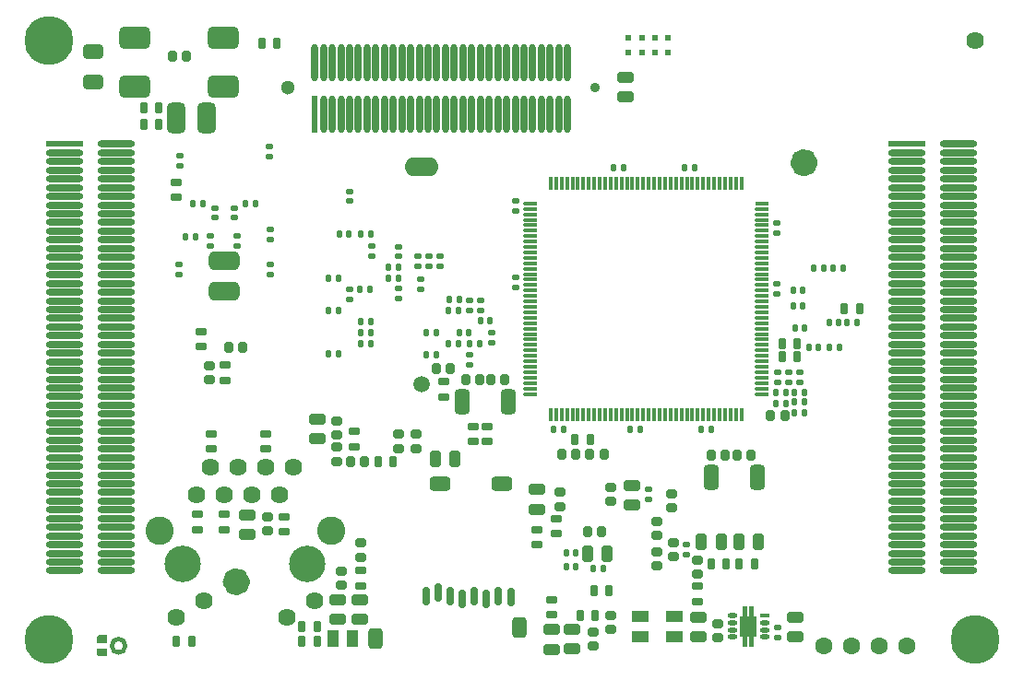
<source format=gbs>
%FSLAX44Y44*%
%MOMM*%
G71*
G01*
G75*
G04 Layer_Color=16711935*
%ADD10C,1.0000*%
G04:AMPARAMS|DCode=11|XSize=0.9mm|YSize=0.6mm|CornerRadius=0.15mm|HoleSize=0mm|Usage=FLASHONLY|Rotation=90.000|XOffset=0mm|YOffset=0mm|HoleType=Round|Shape=RoundedRectangle|*
%AMROUNDEDRECTD11*
21,1,0.9000,0.3000,0,0,90.0*
21,1,0.6000,0.6000,0,0,90.0*
1,1,0.3000,0.1500,0.3000*
1,1,0.3000,0.1500,-0.3000*
1,1,0.3000,-0.1500,-0.3000*
1,1,0.3000,-0.1500,0.3000*
%
%ADD11ROUNDEDRECTD11*%
G04:AMPARAMS|DCode=12|XSize=1.4mm|YSize=0.9mm|CornerRadius=0.225mm|HoleSize=0mm|Usage=FLASHONLY|Rotation=0.000|XOffset=0mm|YOffset=0mm|HoleType=Round|Shape=RoundedRectangle|*
%AMROUNDEDRECTD12*
21,1,1.4000,0.4500,0,0,0.0*
21,1,0.9500,0.9000,0,0,0.0*
1,1,0.4500,0.4750,-0.2250*
1,1,0.4500,-0.4750,-0.2250*
1,1,0.4500,-0.4750,0.2250*
1,1,0.4500,0.4750,0.2250*
%
%ADD12ROUNDEDRECTD12*%
%ADD13R,1.5700X1.8800*%
%ADD14O,1.6500X0.3000*%
%ADD15R,1.6500X0.3000*%
%ADD16R,0.5000X0.5000*%
%ADD17O,0.8000X0.2500*%
%ADD18O,0.2500X0.8000*%
%ADD19R,0.2500X0.8000*%
G04:AMPARAMS|DCode=20|XSize=0.9mm|YSize=0.6mm|CornerRadius=0.15mm|HoleSize=0mm|Usage=FLASHONLY|Rotation=0.000|XOffset=0mm|YOffset=0mm|HoleType=Round|Shape=RoundedRectangle|*
%AMROUNDEDRECTD20*
21,1,0.9000,0.3000,0,0,0.0*
21,1,0.6000,0.6000,0,0,0.0*
1,1,0.3000,0.3000,-0.1500*
1,1,0.3000,-0.3000,-0.1500*
1,1,0.3000,-0.3000,0.1500*
1,1,0.3000,0.3000,0.1500*
%
%ADD20ROUNDEDRECTD20*%
G04:AMPARAMS|DCode=21|XSize=1.4mm|YSize=0.9mm|CornerRadius=0.225mm|HoleSize=0mm|Usage=FLASHONLY|Rotation=90.000|XOffset=0mm|YOffset=0mm|HoleType=Round|Shape=RoundedRectangle|*
%AMROUNDEDRECTD21*
21,1,1.4000,0.4500,0,0,90.0*
21,1,0.9500,0.9000,0,0,90.0*
1,1,0.4500,0.2250,0.4750*
1,1,0.4500,0.2250,-0.4750*
1,1,0.4500,-0.2250,-0.4750*
1,1,0.4500,-0.2250,0.4750*
%
%ADD21ROUNDEDRECTD21*%
G04:AMPARAMS|DCode=22|XSize=0.6mm|YSize=0.45mm|CornerRadius=0.1125mm|HoleSize=0mm|Usage=FLASHONLY|Rotation=270.000|XOffset=0mm|YOffset=0mm|HoleType=Round|Shape=RoundedRectangle|*
%AMROUNDEDRECTD22*
21,1,0.6000,0.2250,0,0,270.0*
21,1,0.3750,0.4500,0,0,270.0*
1,1,0.2250,-0.1125,-0.1875*
1,1,0.2250,-0.1125,0.1875*
1,1,0.2250,0.1125,0.1875*
1,1,0.2250,0.1125,-0.1875*
%
%ADD22ROUNDEDRECTD22*%
G04:AMPARAMS|DCode=23|XSize=0.6mm|YSize=0.45mm|CornerRadius=0.1125mm|HoleSize=0mm|Usage=FLASHONLY|Rotation=180.000|XOffset=0mm|YOffset=0mm|HoleType=Round|Shape=RoundedRectangle|*
%AMROUNDEDRECTD23*
21,1,0.6000,0.2250,0,0,180.0*
21,1,0.3750,0.4500,0,0,180.0*
1,1,0.2250,-0.1875,0.1125*
1,1,0.2250,0.1875,0.1125*
1,1,0.2250,0.1875,-0.1125*
1,1,0.2250,-0.1875,-0.1125*
%
%ADD23ROUNDEDRECTD23*%
G04:AMPARAMS|DCode=24|XSize=2.7mm|YSize=1.6mm|CornerRadius=0.4mm|HoleSize=0mm|Usage=FLASHONLY|Rotation=180.000|XOffset=0mm|YOffset=0mm|HoleType=Round|Shape=RoundedRectangle|*
%AMROUNDEDRECTD24*
21,1,2.7000,0.8000,0,0,180.0*
21,1,1.9000,1.6000,0,0,180.0*
1,1,0.8000,-0.9500,0.4000*
1,1,0.8000,0.9500,0.4000*
1,1,0.8000,0.9500,-0.4000*
1,1,0.8000,-0.9500,-0.4000*
%
%ADD24ROUNDEDRECTD24*%
G04:AMPARAMS|DCode=25|XSize=1.4mm|YSize=1.2mm|CornerRadius=0.18mm|HoleSize=0mm|Usage=FLASHONLY|Rotation=90.000|XOffset=0mm|YOffset=0mm|HoleType=Round|Shape=RoundedRectangle|*
%AMROUNDEDRECTD25*
21,1,1.4000,0.8400,0,0,90.0*
21,1,1.0400,1.2000,0,0,90.0*
1,1,0.3600,0.4200,0.5200*
1,1,0.3600,0.4200,-0.5200*
1,1,0.3600,-0.4200,-0.5200*
1,1,0.3600,-0.4200,0.5200*
%
%ADD25ROUNDEDRECTD25*%
G04:AMPARAMS|DCode=26|XSize=0.9mm|YSize=0.7mm|CornerRadius=0.175mm|HoleSize=0mm|Usage=FLASHONLY|Rotation=180.000|XOffset=0mm|YOffset=0mm|HoleType=Round|Shape=RoundedRectangle|*
%AMROUNDEDRECTD26*
21,1,0.9000,0.3500,0,0,180.0*
21,1,0.5500,0.7000,0,0,180.0*
1,1,0.3500,-0.2750,0.1750*
1,1,0.3500,0.2750,0.1750*
1,1,0.3500,0.2750,-0.1750*
1,1,0.3500,-0.2750,-0.1750*
%
%ADD26ROUNDEDRECTD26*%
G04:AMPARAMS|DCode=27|XSize=0.9mm|YSize=0.7mm|CornerRadius=0.175mm|HoleSize=0mm|Usage=FLASHONLY|Rotation=90.000|XOffset=0mm|YOffset=0mm|HoleType=Round|Shape=RoundedRectangle|*
%AMROUNDEDRECTD27*
21,1,0.9000,0.3500,0,0,90.0*
21,1,0.5500,0.7000,0,0,90.0*
1,1,0.3500,0.1750,0.2750*
1,1,0.3500,0.1750,-0.2750*
1,1,0.3500,-0.1750,-0.2750*
1,1,0.3500,-0.1750,0.2750*
%
%ADD27ROUNDEDRECTD27*%
G04:AMPARAMS|DCode=28|XSize=0.5mm|YSize=0.66mm|CornerRadius=0.125mm|HoleSize=0mm|Usage=FLASHONLY|Rotation=270.000|XOffset=0mm|YOffset=0mm|HoleType=Round|Shape=RoundedRectangle|*
%AMROUNDEDRECTD28*
21,1,0.5000,0.4100,0,0,270.0*
21,1,0.2500,0.6600,0,0,270.0*
1,1,0.2500,-0.2050,-0.1250*
1,1,0.2500,-0.2050,0.1250*
1,1,0.2500,0.2050,0.1250*
1,1,0.2500,0.2050,-0.1250*
%
%ADD28ROUNDEDRECTD28*%
%ADD29R,1.4000X1.4000*%
%ADD30R,1.2000X1.4000*%
G04:AMPARAMS|DCode=31|XSize=2.65mm|YSize=7.3mm|CornerRadius=0.6625mm|HoleSize=0mm|Usage=FLASHONLY|Rotation=0.000|XOffset=0mm|YOffset=0mm|HoleType=Round|Shape=RoundedRectangle|*
%AMROUNDEDRECTD31*
21,1,2.6500,5.9750,0,0,0.0*
21,1,1.3250,7.3000,0,0,0.0*
1,1,1.3250,0.6625,-2.9875*
1,1,1.3250,-0.6625,-2.9875*
1,1,1.3250,-0.6625,2.9875*
1,1,1.3250,0.6625,2.9875*
%
%ADD31ROUNDEDRECTD31*%
G04:AMPARAMS|DCode=32|XSize=2.7mm|YSize=1.6mm|CornerRadius=0.4mm|HoleSize=0mm|Usage=FLASHONLY|Rotation=270.000|XOffset=0mm|YOffset=0mm|HoleType=Round|Shape=RoundedRectangle|*
%AMROUNDEDRECTD32*
21,1,2.7000,0.8000,0,0,270.0*
21,1,1.9000,1.6000,0,0,270.0*
1,1,0.8000,-0.4000,-0.9500*
1,1,0.8000,-0.4000,0.9500*
1,1,0.8000,0.4000,0.9500*
1,1,0.8000,0.4000,-0.9500*
%
%ADD32ROUNDEDRECTD32*%
%ADD33R,1.9000X2.4000*%
G04:AMPARAMS|DCode=34|XSize=0.5mm|YSize=0.66mm|CornerRadius=0.125mm|HoleSize=0mm|Usage=FLASHONLY|Rotation=0.000|XOffset=0mm|YOffset=0mm|HoleType=Round|Shape=RoundedRectangle|*
%AMROUNDEDRECTD34*
21,1,0.5000,0.4100,0,0,0.0*
21,1,0.2500,0.6600,0,0,0.0*
1,1,0.2500,0.1250,-0.2050*
1,1,0.2500,-0.1250,-0.2050*
1,1,0.2500,-0.1250,0.2050*
1,1,0.2500,0.1250,0.2050*
%
%ADD34ROUNDEDRECTD34*%
%ADD35R,1.0160X1.0160*%
%ADD36R,2.0000X3.5000*%
%ADD37R,0.5000X2.2500*%
%ADD38R,2.0000X4.0000*%
%ADD39O,0.5000X2.4000*%
G04:AMPARAMS|DCode=40|XSize=0.5mm|YSize=2.4mm|CornerRadius=0.125mm|HoleSize=0mm|Usage=FLASHONLY|Rotation=0.000|XOffset=0mm|YOffset=0mm|HoleType=Round|Shape=RoundedRectangle|*
%AMROUNDEDRECTD40*
21,1,0.5000,2.1500,0,0,0.0*
21,1,0.2500,2.4000,0,0,0.0*
1,1,0.2500,0.1250,-1.0750*
1,1,0.2500,-0.1250,-1.0750*
1,1,0.2500,-0.1250,1.0750*
1,1,0.2500,0.1250,1.0750*
%
%ADD40ROUNDEDRECTD40*%
%ADD41O,2.7500X1.0000*%
%ADD42O,2.2000X0.6000*%
%ADD43R,2.2000X0.6000*%
%ADD44R,0.3048X0.3048*%
G04:AMPARAMS|DCode=45|XSize=0.3048mm|YSize=0.3048mm|CornerRadius=0.0762mm|HoleSize=0mm|Usage=FLASHONLY|Rotation=270.000|XOffset=0mm|YOffset=0mm|HoleType=Round|Shape=RoundedRectangle|*
%AMROUNDEDRECTD45*
21,1,0.3048,0.1524,0,0,270.0*
21,1,0.1524,0.3048,0,0,270.0*
1,1,0.1524,-0.0762,-0.0762*
1,1,0.1524,-0.0762,0.0762*
1,1,0.1524,0.0762,0.0762*
1,1,0.1524,0.0762,-0.0762*
%
%ADD45ROUNDEDRECTD45*%
%ADD46R,0.3500X0.8000*%
%ADD47O,0.3500X0.8000*%
%ADD48R,1.7500X1.5000*%
%ADD49O,0.3000X1.6500*%
%ADD50R,0.3000X1.6500*%
%ADD51R,1.8500X0.3500*%
%ADD52O,1.8500X0.3500*%
%ADD53O,0.2500X0.7000*%
%ADD54R,0.7000X0.2500*%
%ADD55O,0.7000X0.2500*%
%ADD56R,0.2500X0.7000*%
%ADD57R,0.3500X1.5000*%
%ADD58O,0.3500X1.5600*%
%ADD59O,0.3500X1.5000*%
%ADD60O,0.6000X2.2000*%
%ADD61R,0.6000X2.2000*%
%ADD62O,0.2800X0.8500*%
%ADD63R,3.3000X3.3000*%
%ADD64O,0.8500X0.2800*%
%ADD65R,0.2800X0.8500*%
%ADD66R,2.5000X2.5000*%
%ADD67R,0.5000X0.5000*%
%ADD68O,1.6000X0.3500*%
%ADD69R,1.6000X0.3500*%
%ADD70C,0.4000*%
%ADD71C,0.4500*%
%ADD72C,0.1500*%
%ADD73C,0.3000*%
%ADD74C,0.1000*%
%ADD75C,0.8000*%
%ADD76C,0.2000*%
%ADD77C,0.4000*%
%ADD78C,0.2500*%
%ADD79C,0.6000*%
%ADD80C,0.5000*%
%ADD81C,0.2540*%
%ADD82C,0.1999*%
%ADD83C,1.5240*%
%ADD84C,1.4000*%
%ADD85O,3.0200X1.6200*%
%ADD86C,0.8000*%
%ADD87C,1.2000*%
%ADD88C,2.5000*%
%ADD89C,3.2500*%
%ADD90C,1.5000*%
%ADD91C,0.3500*%
%ADD92C,0.6000*%
%ADD93C,4.4000*%
%ADD94C,1.0160*%
%ADD95C,1.8000*%
%ADD96C,2.6000*%
%ADD97O,3.1000X1.7000*%
%ADD98C,1.3000*%
%ADD99C,1.7000*%
%ADD100C,3.7500*%
%ADD101C,0.6500*%
%ADD102C,0.8000*%
%ADD103C,0.0800*%
%ADD104C,0.0870*%
%ADD105C,0.0750*%
%ADD106C,0.4500*%
%ADD107C,2.2000*%
%ADD108O,2.8000X1.4000*%
%ADD109O,0.5000X3.3000*%
%ADD110R,0.5000X3.3000*%
%ADD111R,1.4000X0.9000*%
G04:AMPARAMS|DCode=112|XSize=1.3mm|YSize=2.2mm|CornerRadius=0.325mm|HoleSize=0mm|Usage=FLASHONLY|Rotation=180.000|XOffset=0mm|YOffset=0mm|HoleType=Round|Shape=RoundedRectangle|*
%AMROUNDEDRECTD112*
21,1,1.3000,1.5500,0,0,180.0*
21,1,0.6500,2.2000,0,0,180.0*
1,1,0.6500,-0.3250,0.7750*
1,1,0.6500,0.3250,0.7750*
1,1,0.6500,0.3250,-0.7750*
1,1,0.6500,-0.3250,-0.7750*
%
%ADD112ROUNDEDRECTD112*%
%ADD113R,0.9000X1.4000*%
%ADD114O,3.3000X0.5000*%
%ADD115R,3.3000X0.5000*%
G04:AMPARAMS|DCode=116|XSize=1.8mm|YSize=1.2mm|CornerRadius=0.3mm|HoleSize=0mm|Usage=FLASHONLY|Rotation=0.000|XOffset=0mm|YOffset=0mm|HoleType=Round|Shape=RoundedRectangle|*
%AMROUNDEDRECTD116*
21,1,1.8000,0.6000,0,0,0.0*
21,1,1.2000,1.2000,0,0,0.0*
1,1,0.6000,0.6000,-0.3000*
1,1,0.6000,-0.6000,-0.3000*
1,1,0.6000,-0.6000,0.3000*
1,1,0.6000,0.6000,0.3000*
%
%ADD116ROUNDEDRECTD116*%
%ADD117C,0.3000*%
%ADD118C,0.5000*%
G04:AMPARAMS|DCode=119|XSize=0.5mm|YSize=1.54mm|CornerRadius=0.125mm|HoleSize=0mm|Usage=FLASHONLY|Rotation=180.000|XOffset=0mm|YOffset=0mm|HoleType=Round|Shape=RoundedRectangle|*
%AMROUNDEDRECTD119*
21,1,0.5000,1.2900,0,0,180.0*
21,1,0.2500,1.5400,0,0,180.0*
1,1,0.2500,-0.1250,0.6450*
1,1,0.2500,0.1250,0.6450*
1,1,0.2500,0.1250,-0.6450*
1,1,0.2500,-0.1250,-0.6450*
%
%ADD119ROUNDEDRECTD119*%
G04:AMPARAMS|DCode=120|XSize=1.22mm|YSize=1.82mm|CornerRadius=0.305mm|HoleSize=0mm|Usage=FLASHONLY|Rotation=180.000|XOffset=0mm|YOffset=0mm|HoleType=Round|Shape=RoundedRectangle|*
%AMROUNDEDRECTD120*
21,1,1.2200,1.2100,0,0,180.0*
21,1,0.6100,1.8200,0,0,180.0*
1,1,0.6100,-0.3050,0.6050*
1,1,0.6100,0.3050,0.6050*
1,1,0.6100,0.3050,-0.6050*
1,1,0.6100,-0.3050,-0.6050*
%
%ADD120ROUNDEDRECTD120*%
G04:AMPARAMS|DCode=121|XSize=1.22mm|YSize=1.82mm|CornerRadius=0.305mm|HoleSize=0mm|Usage=FLASHONLY|Rotation=90.000|XOffset=0mm|YOffset=0mm|HoleType=Round|Shape=RoundedRectangle|*
%AMROUNDEDRECTD121*
21,1,1.2200,1.2100,0,0,90.0*
21,1,0.6100,1.8200,0,0,90.0*
1,1,0.6100,0.6050,0.3050*
1,1,0.6100,0.6050,-0.3050*
1,1,0.6100,-0.6050,-0.3050*
1,1,0.6100,-0.6050,0.3050*
%
%ADD121ROUNDEDRECTD121*%
%ADD122R,0.8000X0.3500*%
%ADD123O,0.8000X0.3500*%
%ADD124R,1.5000X1.7500*%
%ADD125R,0.4000X0.4000*%
G04:AMPARAMS|DCode=126|XSize=2mm|YSize=2.8mm|CornerRadius=0.5mm|HoleSize=0mm|Usage=FLASHONLY|Rotation=270.000|XOffset=0mm|YOffset=0mm|HoleType=Round|Shape=RoundedRectangle|*
%AMROUNDEDRECTD126*
21,1,2.0000,1.8000,0,0,270.0*
21,1,1.0000,2.8000,0,0,270.0*
1,1,1.0000,-0.9000,-0.5000*
1,1,1.0000,-0.9000,0.5000*
1,1,1.0000,0.9000,0.5000*
1,1,1.0000,0.9000,-0.5000*
%
%ADD126ROUNDEDRECTD126*%
%ADD127O,0.3000X1.2000*%
%ADD128O,1.2000X0.3000*%
%ADD129R,1.2000X0.3000*%
%ADD130C,0.1250*%
%ADD131C,0.2032*%
%ADD132C,0.1524*%
%ADD133C,0.1519*%
%ADD134R,1.3000X1.3000*%
%ADD135R,0.9000X0.9000*%
%ADD136C,1.5000*%
G04:AMPARAMS|DCode=137|XSize=1.02mm|YSize=0.72mm|CornerRadius=0.21mm|HoleSize=0mm|Usage=FLASHONLY|Rotation=90.000|XOffset=0mm|YOffset=0mm|HoleType=Round|Shape=RoundedRectangle|*
%AMROUNDEDRECTD137*
21,1,1.0200,0.3000,0,0,90.0*
21,1,0.6000,0.7200,0,0,90.0*
1,1,0.4200,0.1500,0.3000*
1,1,0.4200,0.1500,-0.3000*
1,1,0.4200,-0.1500,-0.3000*
1,1,0.4200,-0.1500,0.3000*
%
%ADD137ROUNDEDRECTD137*%
G04:AMPARAMS|DCode=138|XSize=1.54mm|YSize=1.04mm|CornerRadius=0.295mm|HoleSize=0mm|Usage=FLASHONLY|Rotation=0.000|XOffset=0mm|YOffset=0mm|HoleType=Round|Shape=RoundedRectangle|*
%AMROUNDEDRECTD138*
21,1,1.5400,0.4500,0,0,0.0*
21,1,0.9500,1.0400,0,0,0.0*
1,1,0.5900,0.4750,-0.2250*
1,1,0.5900,-0.4750,-0.2250*
1,1,0.5900,-0.4750,0.2250*
1,1,0.5900,0.4750,0.2250*
%
%ADD138ROUNDEDRECTD138*%
%ADD139R,1.6700X1.9800*%
%ADD140O,1.7500X0.4000*%
%ADD141R,1.7500X0.4000*%
%ADD142R,0.6000X0.6000*%
%ADD143O,0.9200X0.3700*%
%ADD144O,0.3700X0.9200*%
%ADD145R,0.3700X0.9200*%
G04:AMPARAMS|DCode=146|XSize=1.02mm|YSize=0.72mm|CornerRadius=0.21mm|HoleSize=0mm|Usage=FLASHONLY|Rotation=0.000|XOffset=0mm|YOffset=0mm|HoleType=Round|Shape=RoundedRectangle|*
%AMROUNDEDRECTD146*
21,1,1.0200,0.3000,0,0,0.0*
21,1,0.6000,0.7200,0,0,0.0*
1,1,0.4200,0.3000,-0.1500*
1,1,0.4200,-0.3000,-0.1500*
1,1,0.4200,-0.3000,0.1500*
1,1,0.4200,0.3000,0.1500*
%
%ADD146ROUNDEDRECTD146*%
G04:AMPARAMS|DCode=147|XSize=1.54mm|YSize=1.04mm|CornerRadius=0.295mm|HoleSize=0mm|Usage=FLASHONLY|Rotation=90.000|XOffset=0mm|YOffset=0mm|HoleType=Round|Shape=RoundedRectangle|*
%AMROUNDEDRECTD147*
21,1,1.5400,0.4500,0,0,90.0*
21,1,0.9500,1.0400,0,0,90.0*
1,1,0.5900,0.2250,0.4750*
1,1,0.5900,0.2250,-0.4750*
1,1,0.5900,-0.2250,-0.4750*
1,1,0.5900,-0.2250,0.4750*
%
%ADD147ROUNDEDRECTD147*%
G04:AMPARAMS|DCode=148|XSize=0.7mm|YSize=0.55mm|CornerRadius=0.1625mm|HoleSize=0mm|Usage=FLASHONLY|Rotation=270.000|XOffset=0mm|YOffset=0mm|HoleType=Round|Shape=RoundedRectangle|*
%AMROUNDEDRECTD148*
21,1,0.7000,0.2250,0,0,270.0*
21,1,0.3750,0.5500,0,0,270.0*
1,1,0.3250,-0.1125,-0.1875*
1,1,0.3250,-0.1125,0.1875*
1,1,0.3250,0.1125,0.1875*
1,1,0.3250,0.1125,-0.1875*
%
%ADD148ROUNDEDRECTD148*%
G04:AMPARAMS|DCode=149|XSize=0.7mm|YSize=0.55mm|CornerRadius=0.1625mm|HoleSize=0mm|Usage=FLASHONLY|Rotation=180.000|XOffset=0mm|YOffset=0mm|HoleType=Round|Shape=RoundedRectangle|*
%AMROUNDEDRECTD149*
21,1,0.7000,0.2250,0,0,180.0*
21,1,0.3750,0.5500,0,0,180.0*
1,1,0.3250,-0.1875,0.1125*
1,1,0.3250,0.1875,0.1125*
1,1,0.3250,0.1875,-0.1125*
1,1,0.3250,-0.1875,-0.1125*
%
%ADD149ROUNDEDRECTD149*%
G04:AMPARAMS|DCode=150|XSize=2.8mm|YSize=1.7mm|CornerRadius=0.45mm|HoleSize=0mm|Usage=FLASHONLY|Rotation=180.000|XOffset=0mm|YOffset=0mm|HoleType=Round|Shape=RoundedRectangle|*
%AMROUNDEDRECTD150*
21,1,2.8000,0.8000,0,0,180.0*
21,1,1.9000,1.7000,0,0,180.0*
1,1,0.9000,-0.9500,0.4000*
1,1,0.9000,0.9500,0.4000*
1,1,0.9000,0.9500,-0.4000*
1,1,0.9000,-0.9500,-0.4000*
%
%ADD150ROUNDEDRECTD150*%
G04:AMPARAMS|DCode=151|XSize=1.5mm|YSize=1.3mm|CornerRadius=0.23mm|HoleSize=0mm|Usage=FLASHONLY|Rotation=90.000|XOffset=0mm|YOffset=0mm|HoleType=Round|Shape=RoundedRectangle|*
%AMROUNDEDRECTD151*
21,1,1.5000,0.8400,0,0,90.0*
21,1,1.0400,1.3000,0,0,90.0*
1,1,0.4600,0.4200,0.5200*
1,1,0.4600,0.4200,-0.5200*
1,1,0.4600,-0.4200,-0.5200*
1,1,0.4600,-0.4200,0.5200*
%
%ADD151ROUNDEDRECTD151*%
G04:AMPARAMS|DCode=152|XSize=1mm|YSize=0.8mm|CornerRadius=0.225mm|HoleSize=0mm|Usage=FLASHONLY|Rotation=180.000|XOffset=0mm|YOffset=0mm|HoleType=Round|Shape=RoundedRectangle|*
%AMROUNDEDRECTD152*
21,1,1.0000,0.3500,0,0,180.0*
21,1,0.5500,0.8000,0,0,180.0*
1,1,0.4500,-0.2750,0.1750*
1,1,0.4500,0.2750,0.1750*
1,1,0.4500,0.2750,-0.1750*
1,1,0.4500,-0.2750,-0.1750*
%
%ADD152ROUNDEDRECTD152*%
G04:AMPARAMS|DCode=153|XSize=1mm|YSize=0.8mm|CornerRadius=0.225mm|HoleSize=0mm|Usage=FLASHONLY|Rotation=90.000|XOffset=0mm|YOffset=0mm|HoleType=Round|Shape=RoundedRectangle|*
%AMROUNDEDRECTD153*
21,1,1.0000,0.3500,0,0,90.0*
21,1,0.5500,0.8000,0,0,90.0*
1,1,0.4500,0.1750,0.2750*
1,1,0.4500,0.1750,-0.2750*
1,1,0.4500,-0.1750,-0.2750*
1,1,0.4500,-0.1750,0.2750*
%
%ADD153ROUNDEDRECTD153*%
G04:AMPARAMS|DCode=154|XSize=0.6mm|YSize=0.76mm|CornerRadius=0.175mm|HoleSize=0mm|Usage=FLASHONLY|Rotation=270.000|XOffset=0mm|YOffset=0mm|HoleType=Round|Shape=RoundedRectangle|*
%AMROUNDEDRECTD154*
21,1,0.6000,0.4100,0,0,270.0*
21,1,0.2500,0.7600,0,0,270.0*
1,1,0.3500,-0.2050,-0.1250*
1,1,0.3500,-0.2050,0.1250*
1,1,0.3500,0.2050,0.1250*
1,1,0.3500,0.2050,-0.1250*
%
%ADD154ROUNDEDRECTD154*%
%ADD155R,1.5000X1.5000*%
%ADD156R,1.3000X1.5000*%
G04:AMPARAMS|DCode=157|XSize=2.75mm|YSize=7.4mm|CornerRadius=0.7125mm|HoleSize=0mm|Usage=FLASHONLY|Rotation=0.000|XOffset=0mm|YOffset=0mm|HoleType=Round|Shape=RoundedRectangle|*
%AMROUNDEDRECTD157*
21,1,2.7500,5.9750,0,0,0.0*
21,1,1.3250,7.4000,0,0,0.0*
1,1,1.4250,0.6625,-2.9875*
1,1,1.4250,-0.6625,-2.9875*
1,1,1.4250,-0.6625,2.9875*
1,1,1.4250,0.6625,2.9875*
%
%ADD157ROUNDEDRECTD157*%
G04:AMPARAMS|DCode=158|XSize=2.8mm|YSize=1.7mm|CornerRadius=0.45mm|HoleSize=0mm|Usage=FLASHONLY|Rotation=270.000|XOffset=0mm|YOffset=0mm|HoleType=Round|Shape=RoundedRectangle|*
%AMROUNDEDRECTD158*
21,1,2.8000,0.8000,0,0,270.0*
21,1,1.9000,1.7000,0,0,270.0*
1,1,0.9000,-0.4000,-0.9500*
1,1,0.9000,-0.4000,0.9500*
1,1,0.9000,0.4000,0.9500*
1,1,0.9000,0.4000,-0.9500*
%
%ADD158ROUNDEDRECTD158*%
%ADD159R,2.0000X2.5000*%
G04:AMPARAMS|DCode=160|XSize=0.6mm|YSize=0.76mm|CornerRadius=0.175mm|HoleSize=0mm|Usage=FLASHONLY|Rotation=0.000|XOffset=0mm|YOffset=0mm|HoleType=Round|Shape=RoundedRectangle|*
%AMROUNDEDRECTD160*
21,1,0.6000,0.4100,0,0,0.0*
21,1,0.2500,0.7600,0,0,0.0*
1,1,0.3500,0.1250,-0.2050*
1,1,0.3500,-0.1250,-0.2050*
1,1,0.3500,-0.1250,0.2050*
1,1,0.3500,0.1250,0.2050*
%
%ADD160ROUNDEDRECTD160*%
%ADD161R,1.1160X1.1160*%
%ADD162R,2.1000X3.6000*%
%ADD163R,0.6000X2.3500*%
%ADD164R,2.1000X4.1000*%
%ADD165O,0.6200X2.5200*%
G04:AMPARAMS|DCode=166|XSize=0.62mm|YSize=2.52mm|CornerRadius=0.185mm|HoleSize=0mm|Usage=FLASHONLY|Rotation=0.000|XOffset=0mm|YOffset=0mm|HoleType=Round|Shape=RoundedRectangle|*
%AMROUNDEDRECTD166*
21,1,0.6200,2.1500,0,0,0.0*
21,1,0.2500,2.5200,0,0,0.0*
1,1,0.3700,0.1250,-1.0750*
1,1,0.3700,-0.1250,-1.0750*
1,1,0.3700,-0.1250,1.0750*
1,1,0.3700,0.1250,1.0750*
%
%ADD166ROUNDEDRECTD166*%
%ADD167O,2.8500X1.1000*%
%ADD168O,2.3000X0.7000*%
%ADD169R,2.3000X0.7000*%
%ADD170R,0.4048X0.4048*%
G04:AMPARAMS|DCode=171|XSize=0.4048mm|YSize=0.4048mm|CornerRadius=0.1262mm|HoleSize=0mm|Usage=FLASHONLY|Rotation=270.000|XOffset=0mm|YOffset=0mm|HoleType=Round|Shape=RoundedRectangle|*
%AMROUNDEDRECTD171*
21,1,0.4048,0.1524,0,0,270.0*
21,1,0.1524,0.4048,0,0,270.0*
1,1,0.2524,-0.0762,-0.0762*
1,1,0.2524,-0.0762,0.0762*
1,1,0.2524,0.0762,0.0762*
1,1,0.2524,0.0762,-0.0762*
%
%ADD171ROUNDEDRECTD171*%
%ADD172R,0.4500X0.9000*%
%ADD173O,0.4500X0.9000*%
%ADD174R,1.8500X1.6000*%
%ADD175O,0.4000X1.7500*%
%ADD176R,0.4000X1.7500*%
%ADD177R,1.9500X0.4500*%
%ADD178O,1.9500X0.4500*%
%ADD179R,0.4500X1.6000*%
%ADD180O,0.4500X1.6600*%
%ADD181O,0.4500X1.6000*%
%ADD182O,0.7000X2.3000*%
%ADD183R,0.7000X2.3000*%
%ADD184O,0.3800X0.9500*%
%ADD185R,3.4000X3.4000*%
%ADD186O,0.9500X0.3800*%
%ADD187R,0.3800X0.9500*%
%ADD188R,2.6200X2.6200*%
%ADD189R,0.6000X0.6000*%
%ADD190O,1.7000X0.4500*%
%ADD191R,1.7000X0.4500*%
%ADD192C,0.5200*%
%ADD193C,0.5500*%
%ADD194C,1.6240*%
%ADD195C,0.1000*%
%ADD196O,3.1200X1.7200*%
%ADD197C,0.9000*%
%ADD198C,3.3500*%
%ADD199C,1.6000*%
%ADD200C,4.5000*%
%ADD201O,0.6200X3.4200*%
%ADD202R,0.6200X3.4200*%
%ADD203R,1.5200X1.0200*%
G04:AMPARAMS|DCode=204|XSize=1.4mm|YSize=2.3mm|CornerRadius=0.375mm|HoleSize=0mm|Usage=FLASHONLY|Rotation=180.000|XOffset=0mm|YOffset=0mm|HoleType=Round|Shape=RoundedRectangle|*
%AMROUNDEDRECTD204*
21,1,1.4000,1.5500,0,0,180.0*
21,1,0.6500,2.3000,0,0,180.0*
1,1,0.7500,-0.3250,0.7750*
1,1,0.7500,0.3250,0.7750*
1,1,0.7500,0.3250,-0.7750*
1,1,0.7500,-0.3250,-0.7750*
%
%ADD204ROUNDEDRECTD204*%
%ADD205R,1.0200X1.5200*%
%ADD206O,3.4200X0.6200*%
%ADD207R,3.4200X0.6200*%
G04:AMPARAMS|DCode=208|XSize=1.9mm|YSize=1.3mm|CornerRadius=0.35mm|HoleSize=0mm|Usage=FLASHONLY|Rotation=0.000|XOffset=0mm|YOffset=0mm|HoleType=Round|Shape=RoundedRectangle|*
%AMROUNDEDRECTD208*
21,1,1.9000,0.6000,0,0,0.0*
21,1,1.2000,1.3000,0,0,0.0*
1,1,0.7000,0.6000,-0.3000*
1,1,0.7000,-0.6000,-0.3000*
1,1,0.7000,-0.6000,0.3000*
1,1,0.7000,0.6000,0.3000*
%
%ADD208ROUNDEDRECTD208*%
G04:AMPARAMS|DCode=209|XSize=0.6mm|YSize=1.64mm|CornerRadius=0.175mm|HoleSize=0mm|Usage=FLASHONLY|Rotation=180.000|XOffset=0mm|YOffset=0mm|HoleType=Round|Shape=RoundedRectangle|*
%AMROUNDEDRECTD209*
21,1,0.6000,1.2900,0,0,180.0*
21,1,0.2500,1.6400,0,0,180.0*
1,1,0.3500,-0.1250,0.6450*
1,1,0.3500,0.1250,0.6450*
1,1,0.3500,0.1250,-0.6450*
1,1,0.3500,-0.1250,-0.6450*
%
%ADD209ROUNDEDRECTD209*%
G04:AMPARAMS|DCode=210|XSize=1.32mm|YSize=1.92mm|CornerRadius=0.355mm|HoleSize=0mm|Usage=FLASHONLY|Rotation=180.000|XOffset=0mm|YOffset=0mm|HoleType=Round|Shape=RoundedRectangle|*
%AMROUNDEDRECTD210*
21,1,1.3200,1.2100,0,0,180.0*
21,1,0.6100,1.9200,0,0,180.0*
1,1,0.7100,-0.3050,0.6050*
1,1,0.7100,0.3050,0.6050*
1,1,0.7100,0.3050,-0.6050*
1,1,0.7100,-0.3050,-0.6050*
%
%ADD210ROUNDEDRECTD210*%
G04:AMPARAMS|DCode=211|XSize=1.32mm|YSize=1.92mm|CornerRadius=0.355mm|HoleSize=0mm|Usage=FLASHONLY|Rotation=90.000|XOffset=0mm|YOffset=0mm|HoleType=Round|Shape=RoundedRectangle|*
%AMROUNDEDRECTD211*
21,1,1.3200,1.2100,0,0,90.0*
21,1,0.6100,1.9200,0,0,90.0*
1,1,0.7100,0.6050,0.3050*
1,1,0.7100,0.6050,-0.3050*
1,1,0.7100,-0.6050,-0.3050*
1,1,0.7100,-0.6050,0.3050*
%
%ADD211ROUNDEDRECTD211*%
%ADD212R,0.9000X0.4500*%
%ADD213O,0.9000X0.4500*%
%ADD214R,1.6000X1.8500*%
G04:AMPARAMS|DCode=215|XSize=2.1mm|YSize=2.9mm|CornerRadius=0.55mm|HoleSize=0mm|Usage=FLASHONLY|Rotation=270.000|XOffset=0mm|YOffset=0mm|HoleType=Round|Shape=RoundedRectangle|*
%AMROUNDEDRECTD215*
21,1,2.1000,1.8000,0,0,270.0*
21,1,1.0000,2.9000,0,0,270.0*
1,1,1.1000,-0.9000,-0.5000*
1,1,1.1000,-0.9000,0.5000*
1,1,1.1000,0.9000,0.5000*
1,1,1.1000,0.9000,-0.5000*
%
%ADD215ROUNDEDRECTD215*%
%ADD216O,0.4000X1.3000*%
%ADD217O,1.3000X0.4000*%
%ADD218R,1.3000X0.4000*%
G36*
X666000Y18250D02*
X662000D01*
Y55250D01*
X666000D01*
Y18250D01*
D02*
G37*
G36*
X78400Y9350D02*
X71000D01*
X69000Y11350D01*
Y16550D01*
X78400D01*
Y9350D01*
D02*
G37*
G36*
Y21550D02*
X69000D01*
Y26750D01*
X71000Y28750D01*
X78400D01*
Y21550D01*
D02*
G37*
G36*
X672000Y18250D02*
X668000D01*
Y55250D01*
X672000D01*
Y18250D01*
D02*
G37*
D16*
X557000Y578000D02*
D03*
Y564000D02*
D03*
X581000D02*
D03*
Y578000D02*
D03*
X569000D02*
D03*
Y564000D02*
D03*
X593000D02*
D03*
Y578000D02*
D03*
D70*
X95150Y19050D02*
D03*
D77*
X95150Y19050D02*
G03*
X95150Y19050I-6250J0D01*
G01*
D90*
X367000Y259000D02*
D03*
D92*
X73700Y25150D02*
D03*
Y12950D02*
D03*
D96*
X126500Y124500D02*
D03*
X284000D02*
D03*
D98*
X244000Y531795D02*
D03*
D136*
X723000Y463000D02*
G03*
X723000Y463000I-5000J0D01*
G01*
X202000Y78000D02*
G03*
X202000Y78000I-5000J0D01*
G01*
D137*
X526430Y46990D02*
D03*
X512430D02*
D03*
X672480Y93980D02*
D03*
X658480D02*
D03*
X632826D02*
D03*
X646826D02*
D03*
X126000Y513000D02*
D03*
X112000D02*
D03*
Y498000D02*
D03*
X126000D02*
D03*
X156000Y23000D02*
D03*
X142000D02*
D03*
X257000D02*
D03*
X271000D02*
D03*
X257000Y37000D02*
D03*
X271000D02*
D03*
X327000Y188000D02*
D03*
X341000D02*
D03*
X539130Y69850D02*
D03*
X525130D02*
D03*
X522000Y209000D02*
D03*
X508000D02*
D03*
X712000Y285000D02*
D03*
X698000D02*
D03*
X712000Y297000D02*
D03*
X698000D02*
D03*
X755000Y328422D02*
D03*
X769000D02*
D03*
X220330Y572770D02*
D03*
X234330D02*
D03*
D138*
X554000Y541500D02*
D03*
Y523500D02*
D03*
X486410Y33900D02*
D03*
Y15900D02*
D03*
X621000Y45500D02*
D03*
Y27500D02*
D03*
X473000Y144500D02*
D03*
Y162500D02*
D03*
X560000Y148500D02*
D03*
Y166500D02*
D03*
X710000Y27500D02*
D03*
Y45500D02*
D03*
X310000Y61500D02*
D03*
Y43500D02*
D03*
X290000Y61500D02*
D03*
Y43500D02*
D03*
X271000Y209500D02*
D03*
Y227500D02*
D03*
X206756Y121548D02*
D03*
Y139548D02*
D03*
X505460Y34290D02*
D03*
Y16290D02*
D03*
D146*
X486410Y61610D02*
D03*
Y47610D02*
D03*
X414320Y206720D02*
D03*
X427320D02*
D03*
Y220720D02*
D03*
X414320D02*
D03*
X387096Y247762D02*
D03*
Y261762D02*
D03*
X311000Y88000D02*
D03*
Y74000D02*
D03*
X620000D02*
D03*
Y60000D02*
D03*
X164592Y307990D02*
D03*
Y293990D02*
D03*
X186944Y263002D02*
D03*
Y277002D02*
D03*
X224000Y214000D02*
D03*
Y200000D02*
D03*
X186000Y126000D02*
D03*
Y140000D02*
D03*
X174000Y200000D02*
D03*
Y214000D02*
D03*
X161000Y140000D02*
D03*
Y126000D02*
D03*
X305000Y202000D02*
D03*
Y216000D02*
D03*
X473000Y126000D02*
D03*
Y112000D02*
D03*
X491000Y122000D02*
D03*
Y136000D02*
D03*
X241046Y123810D02*
D03*
Y137810D02*
D03*
X142000Y445000D02*
D03*
Y431000D02*
D03*
D147*
X676266Y114554D02*
D03*
X658266D02*
D03*
X379866Y190754D02*
D03*
X397866D02*
D03*
X537500Y104000D02*
D03*
X519500D02*
D03*
X641976Y114808D02*
D03*
X623976D02*
D03*
D148*
X508540Y104140D02*
D03*
X499840D02*
D03*
Y91440D02*
D03*
X508540D02*
D03*
X617520Y458000D02*
D03*
X608480D02*
D03*
X552520D02*
D03*
X543480D02*
D03*
X497520Y218000D02*
D03*
X488480D02*
D03*
X567520D02*
D03*
X558480D02*
D03*
X632520D02*
D03*
X623480D02*
D03*
X740886Y316484D02*
D03*
X749586D02*
D03*
X709898Y310896D02*
D03*
X718598D02*
D03*
X708374Y330962D02*
D03*
X717074D02*
D03*
X757650Y316484D02*
D03*
X766350D02*
D03*
X727170Y365760D02*
D03*
X735870D02*
D03*
X744950Y365760D02*
D03*
X753650D02*
D03*
X166520Y425000D02*
D03*
X157480D02*
D03*
X159520Y395000D02*
D03*
X150480D02*
D03*
X214520Y425000D02*
D03*
X205480D02*
D03*
X701520Y242000D02*
D03*
X692480D02*
D03*
X718520Y233000D02*
D03*
X709480D02*
D03*
Y243000D02*
D03*
X718520D02*
D03*
Y252000D02*
D03*
X709480D02*
D03*
X701520D02*
D03*
X692480D02*
D03*
X336856Y357124D02*
D03*
X345896D02*
D03*
X391480Y297000D02*
D03*
X400520D02*
D03*
X420318Y296926D02*
D03*
X411278D02*
D03*
X401480Y307000D02*
D03*
X410520D02*
D03*
X400520Y327000D02*
D03*
X391480D02*
D03*
X392482Y337058D02*
D03*
X401522D02*
D03*
X281480Y287000D02*
D03*
X290520D02*
D03*
X320520Y297000D02*
D03*
X311480D02*
D03*
X320520Y307000D02*
D03*
X311480D02*
D03*
X281480Y327000D02*
D03*
X290520D02*
D03*
X319520Y347000D02*
D03*
X310480D02*
D03*
X290520Y357000D02*
D03*
X281480D02*
D03*
X300520Y397000D02*
D03*
X291480D02*
D03*
X429970Y317500D02*
D03*
X420930D02*
D03*
X345896Y367030D02*
D03*
X336856D02*
D03*
X371400Y286766D02*
D03*
X380440D02*
D03*
X371400Y306832D02*
D03*
X380440D02*
D03*
X320520Y397000D02*
D03*
X311480D02*
D03*
X320520Y317000D02*
D03*
X311480D02*
D03*
X533520Y90000D02*
D03*
X524480D02*
D03*
X750466Y293370D02*
D03*
X741426D02*
D03*
X722428Y293370D02*
D03*
X731468D02*
D03*
X717074Y345948D02*
D03*
X708374D02*
D03*
D149*
X453000Y427520D02*
D03*
Y418480D02*
D03*
Y357520D02*
D03*
Y348480D02*
D03*
X693000Y351520D02*
D03*
Y342480D02*
D03*
Y407520D02*
D03*
Y398480D02*
D03*
X198000Y395520D02*
D03*
Y386480D02*
D03*
X173000Y395520D02*
D03*
Y386480D02*
D03*
X177000Y421520D02*
D03*
Y412480D02*
D03*
X195000Y421520D02*
D03*
Y412480D02*
D03*
X145000Y469520D02*
D03*
Y460480D02*
D03*
X227000Y468480D02*
D03*
Y477520D02*
D03*
X228000Y401520D02*
D03*
Y392480D02*
D03*
X144000Y369520D02*
D03*
Y360480D02*
D03*
X228000Y369520D02*
D03*
Y360480D02*
D03*
X714000Y261480D02*
D03*
Y270520D02*
D03*
X704000Y261480D02*
D03*
Y270520D02*
D03*
X694000D02*
D03*
Y261480D02*
D03*
X345694Y338126D02*
D03*
Y347166D02*
D03*
X384302Y368098D02*
D03*
Y377138D02*
D03*
X411000Y286520D02*
D03*
Y277480D02*
D03*
Y336520D02*
D03*
Y327480D02*
D03*
X421000Y336520D02*
D03*
Y327480D02*
D03*
X431000Y306520D02*
D03*
Y297480D02*
D03*
X301000Y337480D02*
D03*
Y346520D02*
D03*
X321000Y386520D02*
D03*
Y377480D02*
D03*
X366014Y356056D02*
D03*
Y347016D02*
D03*
X345948Y376734D02*
D03*
Y385774D02*
D03*
X363982Y368098D02*
D03*
Y377138D02*
D03*
X374142Y368046D02*
D03*
Y377086D02*
D03*
X301000Y436520D02*
D03*
Y427480D02*
D03*
X575000Y153480D02*
D03*
Y162520D02*
D03*
X694000Y35520D02*
D03*
Y26480D02*
D03*
X610108Y102922D02*
D03*
Y111962D02*
D03*
D150*
X186000Y345000D02*
D03*
Y373000D02*
D03*
D152*
X582930Y105560D02*
D03*
Y92560D02*
D03*
Y120500D02*
D03*
Y133500D02*
D03*
X598170Y113942D02*
D03*
Y100942D02*
D03*
X620014Y97940D02*
D03*
Y84940D02*
D03*
X596900Y158900D02*
D03*
Y145900D02*
D03*
X639000Y26500D02*
D03*
Y39500D02*
D03*
X293000Y87500D02*
D03*
Y74500D02*
D03*
X494030Y160170D02*
D03*
Y147170D02*
D03*
X541000Y164500D02*
D03*
Y151500D02*
D03*
X541020Y34140D02*
D03*
Y47140D02*
D03*
X524510Y18750D02*
D03*
Y31750D02*
D03*
X362204Y213510D02*
D03*
Y200510D02*
D03*
X346000Y200500D02*
D03*
Y213500D02*
D03*
X311000Y100500D02*
D03*
Y113500D02*
D03*
X225552Y124818D02*
D03*
Y137818D02*
D03*
X171958Y263502D02*
D03*
Y276502D02*
D03*
X289000Y212500D02*
D03*
Y225500D02*
D03*
Y201500D02*
D03*
Y188500D02*
D03*
D153*
X645500Y194000D02*
D03*
X632500D02*
D03*
X656500D02*
D03*
X669500D02*
D03*
X430380Y263398D02*
D03*
X443380D02*
D03*
X420266D02*
D03*
X407266D02*
D03*
X519500Y124000D02*
D03*
X532500D02*
D03*
X495500Y195000D02*
D03*
X508500D02*
D03*
X534500D02*
D03*
X521500D02*
D03*
X314500Y188000D02*
D03*
X301500D02*
D03*
X203096Y293370D02*
D03*
X190096D02*
D03*
X380500Y274000D02*
D03*
X393500D02*
D03*
X700500Y231000D02*
D03*
X687500D02*
D03*
X138280Y561190D02*
D03*
X151280D02*
D03*
D158*
X142000Y504000D02*
D03*
X170000D02*
D03*
D194*
X875000Y575000D02*
D03*
X160800Y157500D02*
D03*
X173500Y182900D02*
D03*
X198900D02*
D03*
X224300D02*
D03*
X186200Y157500D02*
D03*
X211600D02*
D03*
X249700Y182900D02*
D03*
X237000Y157500D02*
D03*
X142000Y45000D02*
D03*
X167400Y60200D02*
D03*
X243100Y45000D02*
D03*
X268500Y60200D02*
D03*
D195*
X88900Y19050D02*
D03*
X836000Y180000D02*
D03*
Y120000D02*
D03*
X63000D02*
D03*
Y180000D02*
D03*
X836000Y304000D02*
D03*
Y264000D02*
D03*
D196*
X367000Y459000D02*
D03*
D197*
X526000Y531995D02*
D03*
D198*
X148100Y94000D02*
D03*
X262400D02*
D03*
D199*
X762000Y19050D02*
D03*
X736600D02*
D03*
X812800D02*
D03*
X787400D02*
D03*
D200*
X25000Y25000D02*
D03*
Y575000D02*
D03*
X875000Y25000D02*
D03*
D201*
X501000Y554586D02*
D03*
X493000D02*
D03*
X485000D02*
D03*
X477000D02*
D03*
X469000D02*
D03*
X461000D02*
D03*
X453000D02*
D03*
X445000D02*
D03*
X437000D02*
D03*
X429000D02*
D03*
X421000D02*
D03*
X413000D02*
D03*
X405000D02*
D03*
X397000D02*
D03*
X389000D02*
D03*
X381000D02*
D03*
X373000D02*
D03*
X365000D02*
D03*
X357000D02*
D03*
X349000D02*
D03*
X341000D02*
D03*
X333000D02*
D03*
X325000D02*
D03*
X317000D02*
D03*
X309000D02*
D03*
X301000D02*
D03*
X293000D02*
D03*
X285000D02*
D03*
X277000D02*
D03*
X269000D02*
D03*
X501000Y507586D02*
D03*
X493000D02*
D03*
X485000D02*
D03*
X477000D02*
D03*
X469000D02*
D03*
X461000D02*
D03*
X453000D02*
D03*
X445000D02*
D03*
X437000D02*
D03*
X429000D02*
D03*
X421000D02*
D03*
X413000D02*
D03*
X405000D02*
D03*
X397000D02*
D03*
X389000D02*
D03*
X381000D02*
D03*
X373000D02*
D03*
X365000D02*
D03*
X357000D02*
D03*
X349000D02*
D03*
X341000D02*
D03*
X333000D02*
D03*
X325000D02*
D03*
X317000D02*
D03*
X309000D02*
D03*
X301000D02*
D03*
X293000D02*
D03*
X285000D02*
D03*
X277000D02*
D03*
D202*
X269000D02*
D03*
D203*
X568000Y27750D02*
D03*
Y46250D02*
D03*
X599000D02*
D03*
Y27750D02*
D03*
D204*
X675000Y174000D02*
D03*
X633000D02*
D03*
X446368Y243586D02*
D03*
X404368D02*
D03*
D205*
X303890Y25400D02*
D03*
X285390D02*
D03*
D206*
X859586Y88000D02*
D03*
Y96000D02*
D03*
Y104000D02*
D03*
Y112000D02*
D03*
Y120000D02*
D03*
Y128000D02*
D03*
Y136000D02*
D03*
Y144000D02*
D03*
Y152000D02*
D03*
Y160000D02*
D03*
Y168000D02*
D03*
Y176000D02*
D03*
Y184000D02*
D03*
Y192000D02*
D03*
Y200000D02*
D03*
Y208000D02*
D03*
Y216000D02*
D03*
Y224000D02*
D03*
Y232000D02*
D03*
Y240000D02*
D03*
Y248000D02*
D03*
Y256000D02*
D03*
Y264000D02*
D03*
Y272000D02*
D03*
Y280000D02*
D03*
Y288000D02*
D03*
Y296000D02*
D03*
Y304000D02*
D03*
Y312000D02*
D03*
Y320000D02*
D03*
Y328000D02*
D03*
Y336000D02*
D03*
Y344000D02*
D03*
Y352000D02*
D03*
Y360000D02*
D03*
Y368000D02*
D03*
Y376000D02*
D03*
Y384000D02*
D03*
Y392000D02*
D03*
Y400000D02*
D03*
Y408000D02*
D03*
Y416000D02*
D03*
Y424000D02*
D03*
Y432000D02*
D03*
Y440000D02*
D03*
Y448000D02*
D03*
Y456000D02*
D03*
Y464000D02*
D03*
Y472000D02*
D03*
Y480000D02*
D03*
X812586Y88000D02*
D03*
Y96000D02*
D03*
Y104000D02*
D03*
Y112000D02*
D03*
Y120000D02*
D03*
Y128000D02*
D03*
Y136000D02*
D03*
Y144000D02*
D03*
Y152000D02*
D03*
Y160000D02*
D03*
Y168000D02*
D03*
Y176000D02*
D03*
Y184000D02*
D03*
Y192000D02*
D03*
Y200000D02*
D03*
Y208000D02*
D03*
Y216000D02*
D03*
Y224000D02*
D03*
Y232000D02*
D03*
Y240000D02*
D03*
Y248000D02*
D03*
Y256000D02*
D03*
Y264000D02*
D03*
Y272000D02*
D03*
Y280000D02*
D03*
Y288000D02*
D03*
Y296000D02*
D03*
Y304000D02*
D03*
Y312000D02*
D03*
Y320000D02*
D03*
Y328000D02*
D03*
Y336000D02*
D03*
Y344000D02*
D03*
Y352000D02*
D03*
Y360000D02*
D03*
Y368000D02*
D03*
Y376000D02*
D03*
Y384000D02*
D03*
Y392000D02*
D03*
Y400000D02*
D03*
Y408000D02*
D03*
Y416000D02*
D03*
Y424000D02*
D03*
Y432000D02*
D03*
Y440000D02*
D03*
Y448000D02*
D03*
Y456000D02*
D03*
Y464000D02*
D03*
Y472000D02*
D03*
X86500Y88000D02*
D03*
Y96000D02*
D03*
Y104000D02*
D03*
Y112000D02*
D03*
Y120000D02*
D03*
Y128000D02*
D03*
Y136000D02*
D03*
Y144000D02*
D03*
Y152000D02*
D03*
Y160000D02*
D03*
Y168000D02*
D03*
Y176000D02*
D03*
Y184000D02*
D03*
Y192000D02*
D03*
Y200000D02*
D03*
Y208000D02*
D03*
Y216000D02*
D03*
Y224000D02*
D03*
Y232000D02*
D03*
Y240000D02*
D03*
Y248000D02*
D03*
Y256000D02*
D03*
Y264000D02*
D03*
Y272000D02*
D03*
Y280000D02*
D03*
Y288000D02*
D03*
Y296000D02*
D03*
Y304000D02*
D03*
Y312000D02*
D03*
Y320000D02*
D03*
Y328000D02*
D03*
Y336000D02*
D03*
Y344000D02*
D03*
Y352000D02*
D03*
Y360000D02*
D03*
Y368000D02*
D03*
Y376000D02*
D03*
Y384000D02*
D03*
Y392000D02*
D03*
Y400000D02*
D03*
Y408000D02*
D03*
Y416000D02*
D03*
Y424000D02*
D03*
Y432000D02*
D03*
Y440000D02*
D03*
Y448000D02*
D03*
Y456000D02*
D03*
Y464000D02*
D03*
Y472000D02*
D03*
Y480000D02*
D03*
X39500Y88000D02*
D03*
Y96000D02*
D03*
Y104000D02*
D03*
Y112000D02*
D03*
Y120000D02*
D03*
Y128000D02*
D03*
Y136000D02*
D03*
Y144000D02*
D03*
Y152000D02*
D03*
Y160000D02*
D03*
Y168000D02*
D03*
Y176000D02*
D03*
Y184000D02*
D03*
Y192000D02*
D03*
Y200000D02*
D03*
Y208000D02*
D03*
Y216000D02*
D03*
Y224000D02*
D03*
Y232000D02*
D03*
Y240000D02*
D03*
Y248000D02*
D03*
Y256000D02*
D03*
Y264000D02*
D03*
Y272000D02*
D03*
Y280000D02*
D03*
Y288000D02*
D03*
Y296000D02*
D03*
Y304000D02*
D03*
Y312000D02*
D03*
Y320000D02*
D03*
Y328000D02*
D03*
Y336000D02*
D03*
Y344000D02*
D03*
Y352000D02*
D03*
Y360000D02*
D03*
Y368000D02*
D03*
Y376000D02*
D03*
Y384000D02*
D03*
Y392000D02*
D03*
Y400000D02*
D03*
Y408000D02*
D03*
Y416000D02*
D03*
Y424000D02*
D03*
Y432000D02*
D03*
Y440000D02*
D03*
Y448000D02*
D03*
Y456000D02*
D03*
Y464000D02*
D03*
Y472000D02*
D03*
D207*
X812586Y480000D02*
D03*
X39500D02*
D03*
D208*
X66040Y537180D02*
D03*
Y565180D02*
D03*
D209*
X448761Y64109D02*
D03*
X437697Y64274D02*
D03*
X426697Y62274D02*
D03*
X415697Y64274D02*
D03*
X404697Y62274D02*
D03*
X393697Y64274D02*
D03*
X382697Y68274D02*
D03*
X371697Y64274D02*
D03*
D210*
X456500Y36000D02*
D03*
X325000Y26000D02*
D03*
D211*
X383597Y168097D02*
D03*
X440597D02*
D03*
D212*
X682000Y46500D02*
D03*
D213*
Y40000D02*
D03*
Y33500D02*
D03*
Y27000D02*
D03*
X652000D02*
D03*
Y33500D02*
D03*
Y40000D02*
D03*
Y46500D02*
D03*
D214*
X667000Y36750D02*
D03*
D215*
X104000Y578000D02*
D03*
Y533000D02*
D03*
X185000Y578000D02*
D03*
Y533000D02*
D03*
D216*
X660500Y444250D02*
D03*
X655500D02*
D03*
X650500D02*
D03*
X645500D02*
D03*
X640500D02*
D03*
X635500D02*
D03*
X630500D02*
D03*
X625500D02*
D03*
X620500D02*
D03*
X615500D02*
D03*
X610500D02*
D03*
X605500D02*
D03*
X600500D02*
D03*
X595500D02*
D03*
X590500D02*
D03*
X585500D02*
D03*
X580500D02*
D03*
X575500D02*
D03*
X570500D02*
D03*
X565500D02*
D03*
X560500D02*
D03*
X555500D02*
D03*
X550500D02*
D03*
X545500D02*
D03*
X540500D02*
D03*
X535500D02*
D03*
X530500D02*
D03*
X525500D02*
D03*
X520500D02*
D03*
X515500D02*
D03*
X510500D02*
D03*
X505500D02*
D03*
X500500D02*
D03*
X495500D02*
D03*
X490500D02*
D03*
X485500D02*
D03*
Y231750D02*
D03*
X490500D02*
D03*
X495500D02*
D03*
X500500D02*
D03*
X505500D02*
D03*
X510500D02*
D03*
X515500D02*
D03*
X520500D02*
D03*
X525500D02*
D03*
X530500D02*
D03*
X535500D02*
D03*
X540500D02*
D03*
X545500D02*
D03*
X550500D02*
D03*
X555500D02*
D03*
X560500D02*
D03*
X565500D02*
D03*
X570500D02*
D03*
X575500D02*
D03*
X580500D02*
D03*
X585500D02*
D03*
X590500D02*
D03*
X595500D02*
D03*
X600500D02*
D03*
X605500D02*
D03*
X610500D02*
D03*
X615500D02*
D03*
X620500D02*
D03*
X625500D02*
D03*
X630500D02*
D03*
X635500D02*
D03*
X640500D02*
D03*
X645500D02*
D03*
X650500D02*
D03*
X655500D02*
D03*
X660500D02*
D03*
D217*
X466750Y425500D02*
D03*
Y420500D02*
D03*
Y415500D02*
D03*
Y410500D02*
D03*
Y405500D02*
D03*
Y400500D02*
D03*
Y395500D02*
D03*
Y390500D02*
D03*
Y385500D02*
D03*
Y380500D02*
D03*
Y375500D02*
D03*
Y370500D02*
D03*
Y365500D02*
D03*
Y360500D02*
D03*
Y355500D02*
D03*
Y350500D02*
D03*
Y345500D02*
D03*
Y340500D02*
D03*
Y335500D02*
D03*
Y330500D02*
D03*
Y325500D02*
D03*
Y320500D02*
D03*
Y315500D02*
D03*
Y310500D02*
D03*
Y305500D02*
D03*
Y300500D02*
D03*
Y295500D02*
D03*
Y290500D02*
D03*
Y285500D02*
D03*
Y280500D02*
D03*
Y275500D02*
D03*
Y270500D02*
D03*
Y265500D02*
D03*
Y260500D02*
D03*
Y255500D02*
D03*
Y250500D02*
D03*
X679250D02*
D03*
Y255500D02*
D03*
Y260500D02*
D03*
Y265500D02*
D03*
Y270500D02*
D03*
Y275500D02*
D03*
Y280500D02*
D03*
Y285500D02*
D03*
Y290500D02*
D03*
Y295500D02*
D03*
Y300500D02*
D03*
Y305500D02*
D03*
Y310500D02*
D03*
Y315500D02*
D03*
Y320500D02*
D03*
Y325500D02*
D03*
Y330500D02*
D03*
Y335500D02*
D03*
Y340500D02*
D03*
Y345500D02*
D03*
Y350500D02*
D03*
Y355500D02*
D03*
Y360500D02*
D03*
Y365500D02*
D03*
Y370500D02*
D03*
Y375500D02*
D03*
Y380500D02*
D03*
Y385500D02*
D03*
Y390500D02*
D03*
Y395500D02*
D03*
Y400500D02*
D03*
Y405500D02*
D03*
Y410500D02*
D03*
Y415500D02*
D03*
Y420500D02*
D03*
D218*
Y425500D02*
D03*
M02*

</source>
